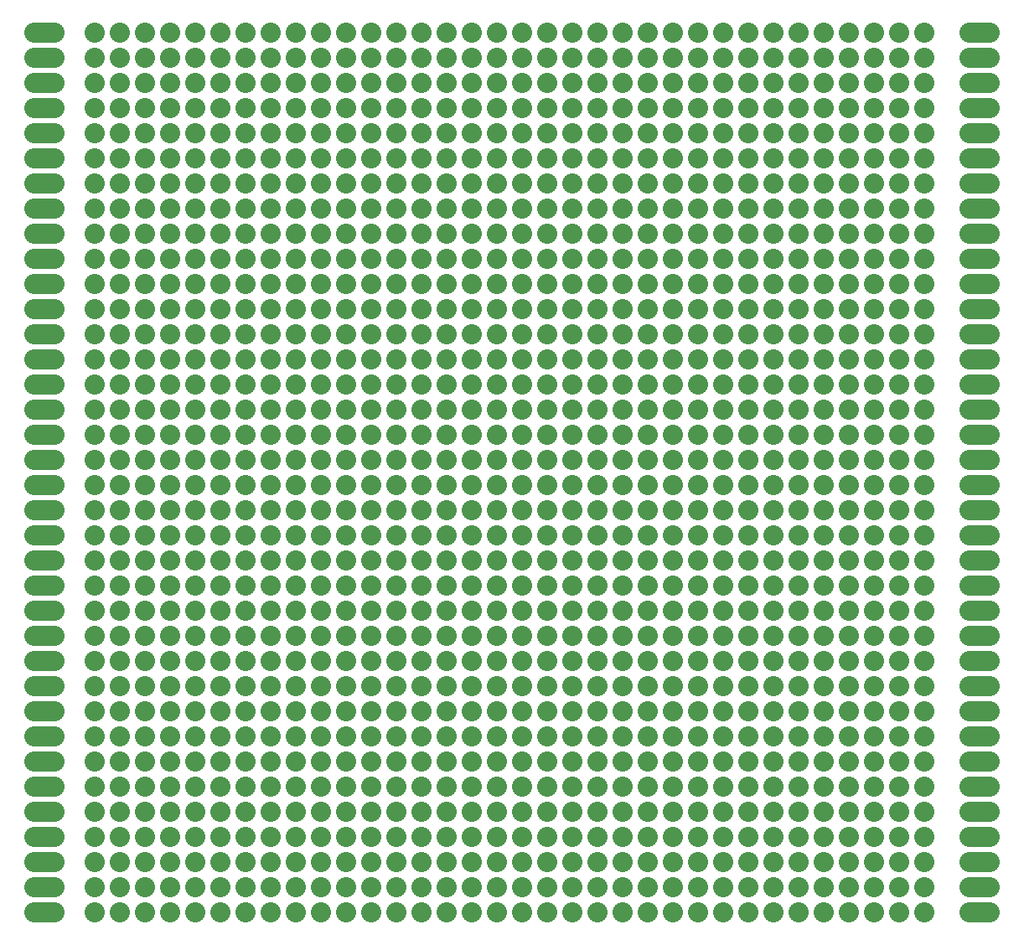
<source format=gbl>
G04 Layer_Physical_Order=2*
G04 Layer_Color=255*
%FSLAX25Y25*%
%MOIN*%
G70*
G01*
G75*
%ADD10O,0.16000X0.08000*%
%ADD11C,0.08000*%
D10*
X403701Y763701D02*
D03*
X403701Y753701D02*
D03*
X403701Y743701D02*
D03*
X403701Y733701D02*
D03*
X403701Y723701D02*
D03*
X403701Y713701D02*
D03*
X403701Y703701D02*
D03*
X403701Y693701D02*
D03*
X403701Y683701D02*
D03*
X403701Y673701D02*
D03*
X403701Y663701D02*
D03*
X403701Y653701D02*
D03*
X403701Y643701D02*
D03*
X403701Y633701D02*
D03*
X403701Y623701D02*
D03*
X403701Y613701D02*
D03*
X403701Y603701D02*
D03*
X403701Y593701D02*
D03*
X403701Y583701D02*
D03*
X403701Y573701D02*
D03*
X403701Y563701D02*
D03*
X403701Y553701D02*
D03*
X403701Y543701D02*
D03*
X403701Y533701D02*
D03*
X403701Y523701D02*
D03*
X403701Y513701D02*
D03*
X403701Y503701D02*
D03*
X403701Y493701D02*
D03*
X403701Y483701D02*
D03*
X403701Y473701D02*
D03*
X403701Y463701D02*
D03*
X403701Y453701D02*
D03*
X403701Y443701D02*
D03*
X403701Y433701D02*
D03*
X403701Y423701D02*
D03*
X403701Y413701D02*
D03*
X775701Y763701D02*
D03*
X775701Y753701D02*
D03*
X775701Y743701D02*
D03*
X775701Y733701D02*
D03*
X775701Y723701D02*
D03*
X775701Y713701D02*
D03*
X775701Y703701D02*
D03*
X775701Y693701D02*
D03*
X775701Y683701D02*
D03*
X775701Y673701D02*
D03*
X775701Y663701D02*
D03*
X775701Y653701D02*
D03*
X775701Y643701D02*
D03*
X775701Y633701D02*
D03*
X775701Y623701D02*
D03*
X775701Y613701D02*
D03*
X775701Y603701D02*
D03*
X775701Y593701D02*
D03*
X775701Y583701D02*
D03*
X775701Y573701D02*
D03*
X775701Y563701D02*
D03*
X775701Y553701D02*
D03*
X775701Y543701D02*
D03*
X775701Y533701D02*
D03*
X775701Y523701D02*
D03*
X775701Y513701D02*
D03*
X775701Y493701D02*
D03*
X775701Y483701D02*
D03*
X775701Y473701D02*
D03*
X775701Y463701D02*
D03*
X775701Y453701D02*
D03*
X775701Y443701D02*
D03*
X775701Y433701D02*
D03*
X775701Y423701D02*
D03*
X775701Y413701D02*
D03*
X775701Y503701D02*
D03*
D11*
X423701Y413701D02*
D03*
X433701Y413701D02*
D03*
X443701Y413701D02*
D03*
X453701Y413701D02*
D03*
X463701Y413701D02*
D03*
X473701Y413701D02*
D03*
X483701Y413701D02*
D03*
X493701Y413701D02*
D03*
X503701Y413701D02*
D03*
X513701Y413701D02*
D03*
D03*
X623701Y413701D02*
D03*
D03*
X613701Y413701D02*
D03*
X603701Y413701D02*
D03*
X593701Y413701D02*
D03*
X583701Y413701D02*
D03*
X573701Y413701D02*
D03*
X563701Y413701D02*
D03*
X553701Y413701D02*
D03*
X543701Y413701D02*
D03*
X533701Y413701D02*
D03*
X523701Y413701D02*
D03*
X733701Y413701D02*
D03*
D03*
X723701Y413701D02*
D03*
X713701Y413701D02*
D03*
X703701Y413701D02*
D03*
X693701Y413701D02*
D03*
X683701Y413701D02*
D03*
X673701Y413701D02*
D03*
X663701Y413701D02*
D03*
X653701Y413701D02*
D03*
X643701Y413701D02*
D03*
X633701Y413701D02*
D03*
X743701Y413701D02*
D03*
D03*
X753701Y413701D02*
D03*
X753701Y423701D02*
D03*
X743701Y423701D02*
D03*
D03*
X633701Y423701D02*
D03*
X643701Y423701D02*
D03*
X653701Y423701D02*
D03*
X663701Y423701D02*
D03*
X673701Y423701D02*
D03*
X683701Y423701D02*
D03*
X693701Y423701D02*
D03*
X703701Y423701D02*
D03*
X713701Y423701D02*
D03*
X723701Y423701D02*
D03*
X733701Y423701D02*
D03*
D03*
X523701Y423701D02*
D03*
X533701Y423701D02*
D03*
X543701Y423701D02*
D03*
X553701Y423701D02*
D03*
X563701Y423701D02*
D03*
X573701Y423701D02*
D03*
X583701Y423701D02*
D03*
X593701Y423701D02*
D03*
X603701Y423701D02*
D03*
X613701Y423701D02*
D03*
X623701Y423701D02*
D03*
D03*
X513701Y423701D02*
D03*
D03*
X503701Y423701D02*
D03*
X493701Y423701D02*
D03*
X483701Y423701D02*
D03*
X473701Y423701D02*
D03*
X463701Y423701D02*
D03*
X453701Y423701D02*
D03*
X443701Y423701D02*
D03*
X433701Y423701D02*
D03*
X423701Y423701D02*
D03*
X753701Y433701D02*
D03*
X743701Y433701D02*
D03*
D03*
X633701Y433701D02*
D03*
X643701Y433701D02*
D03*
X653701Y433701D02*
D03*
X663701Y433701D02*
D03*
X673701Y433701D02*
D03*
X683701Y433701D02*
D03*
X693701Y433701D02*
D03*
X703701Y433701D02*
D03*
X713701Y433701D02*
D03*
X723701Y433701D02*
D03*
X733701Y433701D02*
D03*
D03*
X523701Y433701D02*
D03*
X533701Y433701D02*
D03*
X543701Y433701D02*
D03*
X553701Y433701D02*
D03*
X563701Y433701D02*
D03*
X573701Y433701D02*
D03*
X583701Y433701D02*
D03*
X593701Y433701D02*
D03*
X603701Y433701D02*
D03*
X613701Y433701D02*
D03*
X623701Y433701D02*
D03*
D03*
X513701Y433701D02*
D03*
D03*
X503701Y433701D02*
D03*
X493701Y433701D02*
D03*
X483701Y433701D02*
D03*
X473701Y433701D02*
D03*
X463701Y433701D02*
D03*
X453701Y433701D02*
D03*
X443701Y433701D02*
D03*
X433701Y433701D02*
D03*
X423701Y433701D02*
D03*
X753701Y443701D02*
D03*
X743701Y443701D02*
D03*
D03*
X633701Y443701D02*
D03*
X643701Y443701D02*
D03*
X653701Y443701D02*
D03*
X663701Y443701D02*
D03*
X673701Y443701D02*
D03*
X683701Y443701D02*
D03*
X693701Y443701D02*
D03*
X703701Y443701D02*
D03*
X713701Y443701D02*
D03*
X723701Y443701D02*
D03*
X733701Y443701D02*
D03*
D03*
X523701Y443701D02*
D03*
X533701Y443701D02*
D03*
X543701Y443701D02*
D03*
X553701Y443701D02*
D03*
X563701Y443701D02*
D03*
X573701Y443701D02*
D03*
X583701Y443701D02*
D03*
X593701Y443701D02*
D03*
X603701Y443701D02*
D03*
X613701Y443701D02*
D03*
X623701Y443701D02*
D03*
D03*
X513701Y443701D02*
D03*
D03*
X503701Y443701D02*
D03*
X493701Y443701D02*
D03*
X483701Y443701D02*
D03*
X473701Y443701D02*
D03*
X463701Y443701D02*
D03*
X453701Y443701D02*
D03*
X443701Y443701D02*
D03*
X433701Y443701D02*
D03*
X423701Y443701D02*
D03*
X753701Y453701D02*
D03*
X743701Y453701D02*
D03*
D03*
X633701Y453701D02*
D03*
X643701Y453701D02*
D03*
X653701Y453701D02*
D03*
X663701Y453701D02*
D03*
X673701Y453701D02*
D03*
X683701Y453701D02*
D03*
X693701Y453701D02*
D03*
X703701Y453701D02*
D03*
X713701Y453701D02*
D03*
X723701Y453701D02*
D03*
X733701Y453701D02*
D03*
D03*
X523701Y453701D02*
D03*
X533701Y453701D02*
D03*
X543701Y453701D02*
D03*
X553701Y453701D02*
D03*
X563701Y453701D02*
D03*
X573701Y453701D02*
D03*
X583701Y453701D02*
D03*
X593701Y453701D02*
D03*
X603701Y453701D02*
D03*
X613701Y453701D02*
D03*
X623701Y453701D02*
D03*
D03*
X513701Y453701D02*
D03*
D03*
X503701Y453701D02*
D03*
X493701Y453701D02*
D03*
X483701Y453701D02*
D03*
X473701Y453701D02*
D03*
X463701Y453701D02*
D03*
X453701Y453701D02*
D03*
X443701Y453701D02*
D03*
X433701Y453701D02*
D03*
X423701Y453701D02*
D03*
X753701Y463701D02*
D03*
X743701Y463701D02*
D03*
D03*
X633701Y463701D02*
D03*
X643701Y463701D02*
D03*
X653701Y463701D02*
D03*
X663701Y463701D02*
D03*
X673701Y463701D02*
D03*
X683701Y463701D02*
D03*
X693701Y463701D02*
D03*
X703701Y463701D02*
D03*
X713701Y463701D02*
D03*
X723701Y463701D02*
D03*
X733701Y463701D02*
D03*
D03*
X523701Y463701D02*
D03*
X533701Y463701D02*
D03*
X543701Y463701D02*
D03*
X553701Y463701D02*
D03*
X563701Y463701D02*
D03*
X573701Y463701D02*
D03*
X583701Y463701D02*
D03*
X593701Y463701D02*
D03*
X603701Y463701D02*
D03*
X613701Y463701D02*
D03*
X623701Y463701D02*
D03*
D03*
X513701Y463701D02*
D03*
D03*
X503701Y463701D02*
D03*
X493701Y463701D02*
D03*
X483701Y463701D02*
D03*
X473701Y463701D02*
D03*
X463701Y463701D02*
D03*
X453701Y463701D02*
D03*
X443701Y463701D02*
D03*
X433701Y463701D02*
D03*
X423701Y463701D02*
D03*
X753701Y473701D02*
D03*
X743701Y473701D02*
D03*
D03*
X633701Y473701D02*
D03*
X643701Y473701D02*
D03*
X653701Y473701D02*
D03*
X663701Y473701D02*
D03*
X673701Y473701D02*
D03*
X683701Y473701D02*
D03*
X693701Y473701D02*
D03*
X703701Y473701D02*
D03*
X713701Y473701D02*
D03*
X723701Y473701D02*
D03*
X733701Y473701D02*
D03*
D03*
X523701Y473701D02*
D03*
X533701Y473701D02*
D03*
X543701Y473701D02*
D03*
X553701Y473701D02*
D03*
X563701Y473701D02*
D03*
X573701Y473701D02*
D03*
X583701Y473701D02*
D03*
X593701Y473701D02*
D03*
X603701Y473701D02*
D03*
X613701Y473701D02*
D03*
X623701Y473701D02*
D03*
D03*
X513701Y473701D02*
D03*
D03*
X503701Y473701D02*
D03*
X493701Y473701D02*
D03*
X483701Y473701D02*
D03*
X473701Y473701D02*
D03*
X463701Y473701D02*
D03*
X453701Y473701D02*
D03*
X443701Y473701D02*
D03*
X433701Y473701D02*
D03*
X423701Y473701D02*
D03*
X753701Y483701D02*
D03*
X743701Y483701D02*
D03*
D03*
X633701Y483701D02*
D03*
X643701Y483701D02*
D03*
X653701Y483701D02*
D03*
X663701Y483701D02*
D03*
X673701Y483701D02*
D03*
X683701Y483701D02*
D03*
X693701Y483701D02*
D03*
X703701Y483701D02*
D03*
X713701Y483701D02*
D03*
X723701Y483701D02*
D03*
X733701Y483701D02*
D03*
D03*
X523701Y483701D02*
D03*
X533701Y483701D02*
D03*
X543701Y483701D02*
D03*
X553701Y483701D02*
D03*
X563701Y483701D02*
D03*
X573701Y483701D02*
D03*
X583701Y483701D02*
D03*
X593701Y483701D02*
D03*
X603701Y483701D02*
D03*
X613701Y483701D02*
D03*
X623701Y483701D02*
D03*
D03*
X513701Y483701D02*
D03*
D03*
X503701Y483701D02*
D03*
X493701Y483701D02*
D03*
X483701Y483701D02*
D03*
X473701Y483701D02*
D03*
X463701Y483701D02*
D03*
X453701Y483701D02*
D03*
X443701Y483701D02*
D03*
X433701Y483701D02*
D03*
X423701Y483701D02*
D03*
X753701Y493701D02*
D03*
X743701Y493701D02*
D03*
D03*
X633701Y493701D02*
D03*
X643701Y493701D02*
D03*
X653701Y493701D02*
D03*
X663701Y493701D02*
D03*
X673701Y493701D02*
D03*
X683701Y493701D02*
D03*
X693701Y493701D02*
D03*
X703701Y493701D02*
D03*
X713701Y493701D02*
D03*
X723701Y493701D02*
D03*
X733701Y493701D02*
D03*
D03*
X523701Y493701D02*
D03*
X533701Y493701D02*
D03*
X543701Y493701D02*
D03*
X553701Y493701D02*
D03*
X563701Y493701D02*
D03*
X573701Y493701D02*
D03*
X583701Y493701D02*
D03*
X593701Y493701D02*
D03*
X603701Y493701D02*
D03*
X613701Y493701D02*
D03*
X623701Y493701D02*
D03*
D03*
X513701Y493701D02*
D03*
D03*
X503701Y493701D02*
D03*
X493701Y493701D02*
D03*
X483701Y493701D02*
D03*
X473701Y493701D02*
D03*
X463701Y493701D02*
D03*
X453701Y493701D02*
D03*
X443701Y493701D02*
D03*
X433701Y493701D02*
D03*
X423701Y493701D02*
D03*
X753701Y503701D02*
D03*
X743701Y503701D02*
D03*
D03*
X633701Y503701D02*
D03*
X643701Y503701D02*
D03*
X653701Y503701D02*
D03*
X663701Y503701D02*
D03*
X673701Y503701D02*
D03*
X683701Y503701D02*
D03*
X693701Y503701D02*
D03*
X703701Y503701D02*
D03*
X713701Y503701D02*
D03*
X723701Y503701D02*
D03*
X733701Y503701D02*
D03*
D03*
X523701Y503701D02*
D03*
X533701Y503701D02*
D03*
X543701Y503701D02*
D03*
X553701Y503701D02*
D03*
X563701Y503701D02*
D03*
X573701Y503701D02*
D03*
X583701Y503701D02*
D03*
X593701Y503701D02*
D03*
X603701Y503701D02*
D03*
X613701Y503701D02*
D03*
X623701Y503701D02*
D03*
D03*
X513701Y503701D02*
D03*
D03*
X503701Y503701D02*
D03*
X493701Y503701D02*
D03*
X483701Y503701D02*
D03*
X473701Y503701D02*
D03*
X463701Y503701D02*
D03*
X453701Y503701D02*
D03*
X443701Y503701D02*
D03*
X433701Y503701D02*
D03*
X423701Y503701D02*
D03*
X753701Y513701D02*
D03*
X743701Y513701D02*
D03*
D03*
X633701Y513701D02*
D03*
X643701Y513701D02*
D03*
X653701Y513701D02*
D03*
X663701Y513701D02*
D03*
X673701Y513701D02*
D03*
X683701Y513701D02*
D03*
X693701Y513701D02*
D03*
X703701Y513701D02*
D03*
X713701Y513701D02*
D03*
X723701Y513701D02*
D03*
X733701Y513701D02*
D03*
D03*
X523701Y513701D02*
D03*
X533701Y513701D02*
D03*
X543701Y513701D02*
D03*
X553701Y513701D02*
D03*
X563701Y513701D02*
D03*
X573701Y513701D02*
D03*
X583701Y513701D02*
D03*
X593701Y513701D02*
D03*
X603701Y513701D02*
D03*
X613701Y513701D02*
D03*
X623701Y513701D02*
D03*
D03*
X513701Y513701D02*
D03*
D03*
X503701Y513701D02*
D03*
X493701Y513701D02*
D03*
X483701Y513701D02*
D03*
X473701Y513701D02*
D03*
X463701Y513701D02*
D03*
X453701Y513701D02*
D03*
X443701Y513701D02*
D03*
X433701Y513701D02*
D03*
X423701Y513701D02*
D03*
X753701Y523701D02*
D03*
X743701Y523701D02*
D03*
D03*
X633701Y523701D02*
D03*
X643701Y523701D02*
D03*
X653701Y523701D02*
D03*
X663701Y523701D02*
D03*
X673701Y523701D02*
D03*
X683701Y523701D02*
D03*
X693701Y523701D02*
D03*
X703701Y523701D02*
D03*
X713701Y523701D02*
D03*
X723701Y523701D02*
D03*
X733701Y523701D02*
D03*
D03*
X523701Y523701D02*
D03*
X533701Y523701D02*
D03*
X543701Y523701D02*
D03*
X553701Y523701D02*
D03*
X563701Y523701D02*
D03*
X573701Y523701D02*
D03*
X583701Y523701D02*
D03*
X593701Y523701D02*
D03*
X603701Y523701D02*
D03*
X613701Y523701D02*
D03*
X623701Y523701D02*
D03*
D03*
X513701Y523701D02*
D03*
D03*
X503701Y523701D02*
D03*
X493701Y523701D02*
D03*
X483701Y523701D02*
D03*
X473701Y523701D02*
D03*
X463701Y523701D02*
D03*
X453701Y523701D02*
D03*
X443701Y523701D02*
D03*
X433701Y523701D02*
D03*
X423701Y523701D02*
D03*
X423701Y643701D02*
D03*
X433701Y643701D02*
D03*
X443701Y643701D02*
D03*
X453701Y643701D02*
D03*
X463701Y643701D02*
D03*
X473701Y643701D02*
D03*
X483701Y643701D02*
D03*
X493701Y643701D02*
D03*
X503701Y643701D02*
D03*
X513701Y643701D02*
D03*
D03*
X623701Y643701D02*
D03*
D03*
X613701Y643701D02*
D03*
X603701Y643701D02*
D03*
X593701Y643701D02*
D03*
X583701Y643701D02*
D03*
X573701Y643701D02*
D03*
X563701Y643701D02*
D03*
X553701Y643701D02*
D03*
X543701Y643701D02*
D03*
X533701Y643701D02*
D03*
X523701Y643701D02*
D03*
X733701Y643701D02*
D03*
D03*
X723701Y643701D02*
D03*
X713701Y643701D02*
D03*
X703701Y643701D02*
D03*
X693701Y643701D02*
D03*
X683701Y643701D02*
D03*
X673701Y643701D02*
D03*
X663701Y643701D02*
D03*
X653701Y643701D02*
D03*
X643701Y643701D02*
D03*
X633701Y643701D02*
D03*
X743701Y643701D02*
D03*
D03*
X753701Y643701D02*
D03*
X423701Y633701D02*
D03*
X433701Y633701D02*
D03*
X443701Y633701D02*
D03*
X453701Y633701D02*
D03*
X463701Y633701D02*
D03*
X473701Y633701D02*
D03*
X483701Y633701D02*
D03*
X493701Y633701D02*
D03*
X503701Y633701D02*
D03*
X513701Y633701D02*
D03*
D03*
X623701Y633701D02*
D03*
D03*
X613701Y633701D02*
D03*
X603701Y633701D02*
D03*
X593701Y633701D02*
D03*
X583701Y633701D02*
D03*
X573701Y633701D02*
D03*
X563701Y633701D02*
D03*
X553701Y633701D02*
D03*
X543701Y633701D02*
D03*
X533701Y633701D02*
D03*
X523701Y633701D02*
D03*
X733701Y633701D02*
D03*
D03*
X723701Y633701D02*
D03*
X713701Y633701D02*
D03*
X703701Y633701D02*
D03*
X693701Y633701D02*
D03*
X683701Y633701D02*
D03*
X673701Y633701D02*
D03*
X663701Y633701D02*
D03*
X653701Y633701D02*
D03*
X643701Y633701D02*
D03*
X633701Y633701D02*
D03*
X743701Y633701D02*
D03*
D03*
X753701Y633701D02*
D03*
X423701Y623701D02*
D03*
X433701Y623701D02*
D03*
X443701Y623701D02*
D03*
X453701Y623701D02*
D03*
X463701Y623701D02*
D03*
X473701Y623701D02*
D03*
X483701Y623701D02*
D03*
X493701Y623701D02*
D03*
X503701Y623701D02*
D03*
X513701Y623701D02*
D03*
D03*
X623701Y623701D02*
D03*
D03*
X613701Y623701D02*
D03*
X603701Y623701D02*
D03*
X593701Y623701D02*
D03*
X583701Y623701D02*
D03*
X573701Y623701D02*
D03*
X563701Y623701D02*
D03*
X553701Y623701D02*
D03*
X543701Y623701D02*
D03*
X533701Y623701D02*
D03*
X523701Y623701D02*
D03*
X733701Y623701D02*
D03*
D03*
X723701Y623701D02*
D03*
X713701Y623701D02*
D03*
X703701Y623701D02*
D03*
X693701Y623701D02*
D03*
X683701Y623701D02*
D03*
X673701Y623701D02*
D03*
X663701Y623701D02*
D03*
X653701Y623701D02*
D03*
X643701Y623701D02*
D03*
X633701Y623701D02*
D03*
X743701Y623701D02*
D03*
D03*
X753701Y623701D02*
D03*
X423701Y613701D02*
D03*
X433701Y613701D02*
D03*
X443701Y613701D02*
D03*
X453701Y613701D02*
D03*
X463701Y613701D02*
D03*
X473701Y613701D02*
D03*
X483701Y613701D02*
D03*
X493701Y613701D02*
D03*
X503701Y613701D02*
D03*
X513701Y613701D02*
D03*
D03*
X623701Y613701D02*
D03*
D03*
X613701Y613701D02*
D03*
X603701Y613701D02*
D03*
X593701Y613701D02*
D03*
X583701Y613701D02*
D03*
X573701Y613701D02*
D03*
X563701Y613701D02*
D03*
X553701Y613701D02*
D03*
X543701Y613701D02*
D03*
X533701Y613701D02*
D03*
X523701Y613701D02*
D03*
X733701Y613701D02*
D03*
D03*
X723701Y613701D02*
D03*
X713701Y613701D02*
D03*
X703701Y613701D02*
D03*
X693701Y613701D02*
D03*
X683701Y613701D02*
D03*
X673701Y613701D02*
D03*
X663701Y613701D02*
D03*
X653701Y613701D02*
D03*
X643701Y613701D02*
D03*
X633701Y613701D02*
D03*
X743701Y613701D02*
D03*
D03*
X753701Y613701D02*
D03*
X423701Y603701D02*
D03*
X433701Y603701D02*
D03*
X443701Y603701D02*
D03*
X453701Y603701D02*
D03*
X463701Y603701D02*
D03*
X473701Y603701D02*
D03*
X483701Y603701D02*
D03*
X493701Y603701D02*
D03*
X503701Y603701D02*
D03*
X513701Y603701D02*
D03*
D03*
X623701Y603701D02*
D03*
D03*
X613701Y603701D02*
D03*
X603701Y603701D02*
D03*
X593701Y603701D02*
D03*
X583701Y603701D02*
D03*
X573701Y603701D02*
D03*
X563701Y603701D02*
D03*
X553701Y603701D02*
D03*
X543701Y603701D02*
D03*
X533701Y603701D02*
D03*
X523701Y603701D02*
D03*
X733701Y603701D02*
D03*
D03*
X723701Y603701D02*
D03*
X713701Y603701D02*
D03*
X703701Y603701D02*
D03*
X693701Y603701D02*
D03*
X683701Y603701D02*
D03*
X673701Y603701D02*
D03*
X663701Y603701D02*
D03*
X653701Y603701D02*
D03*
X643701Y603701D02*
D03*
X633701Y603701D02*
D03*
X743701Y603701D02*
D03*
D03*
X753701Y603701D02*
D03*
X423701Y593701D02*
D03*
X433701Y593701D02*
D03*
X443701Y593701D02*
D03*
X453701Y593701D02*
D03*
X463701Y593701D02*
D03*
X473701Y593701D02*
D03*
X483701Y593701D02*
D03*
X493701Y593701D02*
D03*
X503701Y593701D02*
D03*
X513701Y593701D02*
D03*
D03*
X623701Y593701D02*
D03*
D03*
X613701Y593701D02*
D03*
X603701Y593701D02*
D03*
X593701Y593701D02*
D03*
X583701Y593701D02*
D03*
X573701Y593701D02*
D03*
X563701Y593701D02*
D03*
X553701Y593701D02*
D03*
X543701Y593701D02*
D03*
X533701Y593701D02*
D03*
X523701Y593701D02*
D03*
X733701Y593701D02*
D03*
D03*
X723701Y593701D02*
D03*
X713701Y593701D02*
D03*
X703701Y593701D02*
D03*
X693701Y593701D02*
D03*
X683701Y593701D02*
D03*
X673701Y593701D02*
D03*
X663701Y593701D02*
D03*
X653701Y593701D02*
D03*
X643701Y593701D02*
D03*
X633701Y593701D02*
D03*
X743701Y593701D02*
D03*
D03*
X753701Y593701D02*
D03*
X423701Y583701D02*
D03*
X433701Y583701D02*
D03*
X443701Y583701D02*
D03*
X453701Y583701D02*
D03*
X463701Y583701D02*
D03*
X473701Y583701D02*
D03*
X483701Y583701D02*
D03*
X493701Y583701D02*
D03*
X503701Y583701D02*
D03*
X513701Y583701D02*
D03*
D03*
X623701Y583701D02*
D03*
D03*
X613701Y583701D02*
D03*
X603701Y583701D02*
D03*
X593701Y583701D02*
D03*
X583701Y583701D02*
D03*
X573701Y583701D02*
D03*
X563701Y583701D02*
D03*
X553701Y583701D02*
D03*
X543701Y583701D02*
D03*
X533701Y583701D02*
D03*
X523701Y583701D02*
D03*
X733701Y583701D02*
D03*
D03*
X723701Y583701D02*
D03*
X713701Y583701D02*
D03*
X703701Y583701D02*
D03*
X693701Y583701D02*
D03*
X683701Y583701D02*
D03*
X673701Y583701D02*
D03*
X663701Y583701D02*
D03*
X653701Y583701D02*
D03*
X643701Y583701D02*
D03*
X633701Y583701D02*
D03*
X743701Y583701D02*
D03*
D03*
X753701Y583701D02*
D03*
X423701Y573701D02*
D03*
X433701Y573701D02*
D03*
X443701Y573701D02*
D03*
X453701Y573701D02*
D03*
X463701Y573701D02*
D03*
X473701Y573701D02*
D03*
X483701Y573701D02*
D03*
X493701Y573701D02*
D03*
X503701Y573701D02*
D03*
X513701Y573701D02*
D03*
D03*
X623701Y573701D02*
D03*
D03*
X613701Y573701D02*
D03*
X603701Y573701D02*
D03*
X593701Y573701D02*
D03*
X583701Y573701D02*
D03*
X573701Y573701D02*
D03*
X563701Y573701D02*
D03*
X553701Y573701D02*
D03*
X543701Y573701D02*
D03*
X533701Y573701D02*
D03*
X523701Y573701D02*
D03*
X733701Y573701D02*
D03*
D03*
X723701Y573701D02*
D03*
X713701Y573701D02*
D03*
X703701Y573701D02*
D03*
X693701Y573701D02*
D03*
X683701Y573701D02*
D03*
X673701Y573701D02*
D03*
X663701Y573701D02*
D03*
X653701Y573701D02*
D03*
X643701Y573701D02*
D03*
X633701Y573701D02*
D03*
X743701Y573701D02*
D03*
D03*
X753701Y573701D02*
D03*
X423701Y563701D02*
D03*
X433701Y563701D02*
D03*
X443701Y563701D02*
D03*
X453701Y563701D02*
D03*
X463701Y563701D02*
D03*
X473701Y563701D02*
D03*
X483701Y563701D02*
D03*
X493701Y563701D02*
D03*
X503701Y563701D02*
D03*
X513701Y563701D02*
D03*
D03*
X623701Y563701D02*
D03*
D03*
X613701Y563701D02*
D03*
X603701Y563701D02*
D03*
X593701Y563701D02*
D03*
X583701Y563701D02*
D03*
X573701Y563701D02*
D03*
X563701Y563701D02*
D03*
X553701Y563701D02*
D03*
X543701Y563701D02*
D03*
X533701Y563701D02*
D03*
X523701Y563701D02*
D03*
X733701Y563701D02*
D03*
D03*
X723701Y563701D02*
D03*
X713701Y563701D02*
D03*
X703701Y563701D02*
D03*
X693701Y563701D02*
D03*
X683701Y563701D02*
D03*
X673701Y563701D02*
D03*
X663701Y563701D02*
D03*
X653701Y563701D02*
D03*
X643701Y563701D02*
D03*
X633701Y563701D02*
D03*
X743701Y563701D02*
D03*
D03*
X753701Y563701D02*
D03*
X423701Y553701D02*
D03*
X433701Y553701D02*
D03*
X443701Y553701D02*
D03*
X453701Y553701D02*
D03*
X463701Y553701D02*
D03*
X473701Y553701D02*
D03*
X483701Y553701D02*
D03*
X493701Y553701D02*
D03*
X503701Y553701D02*
D03*
X513701Y553701D02*
D03*
D03*
X623701Y553701D02*
D03*
D03*
X613701Y553701D02*
D03*
X603701Y553701D02*
D03*
X593701Y553701D02*
D03*
X583701Y553701D02*
D03*
X573701Y553701D02*
D03*
X563701Y553701D02*
D03*
X553701Y553701D02*
D03*
X543701Y553701D02*
D03*
X533701Y553701D02*
D03*
X523701Y553701D02*
D03*
X733701Y553701D02*
D03*
D03*
X723701Y553701D02*
D03*
X713701Y553701D02*
D03*
X703701Y553701D02*
D03*
X693701Y553701D02*
D03*
X683701Y553701D02*
D03*
X673701Y553701D02*
D03*
X663701Y553701D02*
D03*
X653701Y553701D02*
D03*
X643701Y553701D02*
D03*
X633701Y553701D02*
D03*
X743701Y553701D02*
D03*
D03*
X753701Y553701D02*
D03*
X423701Y543701D02*
D03*
X433701Y543701D02*
D03*
X443701Y543701D02*
D03*
X453701Y543701D02*
D03*
X463701Y543701D02*
D03*
X473701Y543701D02*
D03*
X483701Y543701D02*
D03*
X493701Y543701D02*
D03*
X503701Y543701D02*
D03*
X513701Y543701D02*
D03*
D03*
X623701Y543701D02*
D03*
D03*
X613701Y543701D02*
D03*
X603701Y543701D02*
D03*
X593701Y543701D02*
D03*
X583701Y543701D02*
D03*
X573701Y543701D02*
D03*
X563701Y543701D02*
D03*
X553701Y543701D02*
D03*
X543701Y543701D02*
D03*
X533701Y543701D02*
D03*
X523701Y543701D02*
D03*
X733701Y543701D02*
D03*
D03*
X723701Y543701D02*
D03*
X713701Y543701D02*
D03*
X703701Y543701D02*
D03*
X693701Y543701D02*
D03*
X683701Y543701D02*
D03*
X673701Y543701D02*
D03*
X663701Y543701D02*
D03*
X653701Y543701D02*
D03*
X643701Y543701D02*
D03*
X633701Y543701D02*
D03*
X743701Y543701D02*
D03*
D03*
X753701Y543701D02*
D03*
X753701Y533701D02*
D03*
X743701Y533701D02*
D03*
D03*
X633701Y533701D02*
D03*
X643701Y533701D02*
D03*
X653701Y533701D02*
D03*
X663701Y533701D02*
D03*
X673701Y533701D02*
D03*
X683701Y533701D02*
D03*
X693701Y533701D02*
D03*
X703701Y533701D02*
D03*
X713701Y533701D02*
D03*
X723701Y533701D02*
D03*
X733701Y533701D02*
D03*
D03*
X523701Y533701D02*
D03*
X533701Y533701D02*
D03*
X543701Y533701D02*
D03*
X553701Y533701D02*
D03*
X563701Y533701D02*
D03*
X573701Y533701D02*
D03*
X583701Y533701D02*
D03*
X593701Y533701D02*
D03*
X603701Y533701D02*
D03*
X613701Y533701D02*
D03*
X623701Y533701D02*
D03*
D03*
X513701Y533701D02*
D03*
D03*
X503701Y533701D02*
D03*
X493701Y533701D02*
D03*
X483701Y533701D02*
D03*
X473701Y533701D02*
D03*
X463701Y533701D02*
D03*
X453701Y533701D02*
D03*
X443701Y533701D02*
D03*
X433701Y533701D02*
D03*
X423701Y533701D02*
D03*
X423701Y763701D02*
D03*
X433701Y763701D02*
D03*
X443701Y763701D02*
D03*
X453701Y763701D02*
D03*
X463701Y763701D02*
D03*
X473701Y763701D02*
D03*
X483701Y763701D02*
D03*
X493701Y763701D02*
D03*
X503701Y763701D02*
D03*
X513701Y763701D02*
D03*
D03*
X623701Y763701D02*
D03*
D03*
X613701Y763701D02*
D03*
X603701Y763701D02*
D03*
X593701Y763701D02*
D03*
X583701Y763701D02*
D03*
X573701Y763701D02*
D03*
X563701Y763701D02*
D03*
X553701Y763701D02*
D03*
X543701Y763701D02*
D03*
X533701Y763701D02*
D03*
X523701Y763701D02*
D03*
X733701Y763701D02*
D03*
D03*
X723701Y763701D02*
D03*
X713701Y763701D02*
D03*
X703701Y763701D02*
D03*
X693701Y763701D02*
D03*
X683701Y763701D02*
D03*
X673701Y763701D02*
D03*
X663701Y763701D02*
D03*
X653701Y763701D02*
D03*
X643701Y763701D02*
D03*
X633701Y763701D02*
D03*
X743701Y763701D02*
D03*
D03*
X753701Y763701D02*
D03*
X423701Y753701D02*
D03*
X433701Y753701D02*
D03*
X443701Y753701D02*
D03*
X453701Y753701D02*
D03*
X463701Y753701D02*
D03*
X473701Y753701D02*
D03*
X483701Y753701D02*
D03*
X493701Y753701D02*
D03*
X503701Y753701D02*
D03*
X513701Y753701D02*
D03*
D03*
X623701Y753701D02*
D03*
D03*
X613701Y753701D02*
D03*
X603701Y753701D02*
D03*
X593701Y753701D02*
D03*
X583701Y753701D02*
D03*
X573701Y753701D02*
D03*
X563701Y753701D02*
D03*
X553701Y753701D02*
D03*
X543701Y753701D02*
D03*
X533701Y753701D02*
D03*
X523701Y753701D02*
D03*
X733701Y753701D02*
D03*
D03*
X723701Y753701D02*
D03*
X713701Y753701D02*
D03*
X703701Y753701D02*
D03*
X693701Y753701D02*
D03*
X683701Y753701D02*
D03*
X673701Y753701D02*
D03*
X663701Y753701D02*
D03*
X653701Y753701D02*
D03*
X643701Y753701D02*
D03*
X633701Y753701D02*
D03*
X743701Y753701D02*
D03*
D03*
X753701Y753701D02*
D03*
X423701Y743701D02*
D03*
X433701Y743701D02*
D03*
X443701Y743701D02*
D03*
X453701Y743701D02*
D03*
X463701Y743701D02*
D03*
X473701Y743701D02*
D03*
X483701Y743701D02*
D03*
X493701Y743701D02*
D03*
X503701Y743701D02*
D03*
X513701Y743701D02*
D03*
D03*
X623701Y743701D02*
D03*
D03*
X613701Y743701D02*
D03*
X603701Y743701D02*
D03*
X593701Y743701D02*
D03*
X583701Y743701D02*
D03*
X573701Y743701D02*
D03*
X563701Y743701D02*
D03*
X553701Y743701D02*
D03*
X543701Y743701D02*
D03*
X533701Y743701D02*
D03*
X523701Y743701D02*
D03*
X733701Y743701D02*
D03*
D03*
X723701Y743701D02*
D03*
X713701Y743701D02*
D03*
X703701Y743701D02*
D03*
X693701Y743701D02*
D03*
X683701Y743701D02*
D03*
X673701Y743701D02*
D03*
X663701Y743701D02*
D03*
X653701Y743701D02*
D03*
X643701Y743701D02*
D03*
X633701Y743701D02*
D03*
X743701Y743701D02*
D03*
D03*
X753701Y743701D02*
D03*
X423701Y733701D02*
D03*
X433701Y733701D02*
D03*
X443701Y733701D02*
D03*
X453701Y733701D02*
D03*
X463701Y733701D02*
D03*
X473701Y733701D02*
D03*
X483701Y733701D02*
D03*
X493701Y733701D02*
D03*
X503701Y733701D02*
D03*
X513701Y733701D02*
D03*
D03*
X623701Y733701D02*
D03*
D03*
X613701Y733701D02*
D03*
X603701Y733701D02*
D03*
X593701Y733701D02*
D03*
X583701Y733701D02*
D03*
X573701Y733701D02*
D03*
X563701Y733701D02*
D03*
X553701Y733701D02*
D03*
X543701Y733701D02*
D03*
X533701Y733701D02*
D03*
X523701Y733701D02*
D03*
X733701Y733701D02*
D03*
D03*
X723701Y733701D02*
D03*
X713701Y733701D02*
D03*
X703701Y733701D02*
D03*
X693701Y733701D02*
D03*
X683701Y733701D02*
D03*
X673701Y733701D02*
D03*
X663701Y733701D02*
D03*
X653701Y733701D02*
D03*
X643701Y733701D02*
D03*
X633701Y733701D02*
D03*
X743701Y733701D02*
D03*
D03*
X753701Y733701D02*
D03*
X423701Y723701D02*
D03*
X433701Y723701D02*
D03*
X443701Y723701D02*
D03*
X453701Y723701D02*
D03*
X463701Y723701D02*
D03*
X473701Y723701D02*
D03*
X483701Y723701D02*
D03*
X493701Y723701D02*
D03*
X503701Y723701D02*
D03*
X513701Y723701D02*
D03*
D03*
X623701Y723701D02*
D03*
D03*
X613701Y723701D02*
D03*
X603701Y723701D02*
D03*
X593701Y723701D02*
D03*
X583701Y723701D02*
D03*
X573701Y723701D02*
D03*
X563701Y723701D02*
D03*
X553701Y723701D02*
D03*
X543701Y723701D02*
D03*
X533701Y723701D02*
D03*
X523701Y723701D02*
D03*
X733701Y723701D02*
D03*
D03*
X723701Y723701D02*
D03*
X713701Y723701D02*
D03*
X703701Y723701D02*
D03*
X693701Y723701D02*
D03*
X683701Y723701D02*
D03*
X673701Y723701D02*
D03*
X663701Y723701D02*
D03*
X653701Y723701D02*
D03*
X643701Y723701D02*
D03*
X633701Y723701D02*
D03*
X743701Y723701D02*
D03*
D03*
X753701Y723701D02*
D03*
X423701Y713701D02*
D03*
X433701Y713701D02*
D03*
X443701Y713701D02*
D03*
X453701Y713701D02*
D03*
X463701Y713701D02*
D03*
X473701Y713701D02*
D03*
X483701Y713701D02*
D03*
X493701Y713701D02*
D03*
X503701Y713701D02*
D03*
X513701Y713701D02*
D03*
D03*
X623701Y713701D02*
D03*
D03*
X613701Y713701D02*
D03*
X603701Y713701D02*
D03*
X593701Y713701D02*
D03*
X583701Y713701D02*
D03*
X573701Y713701D02*
D03*
X563701Y713701D02*
D03*
X553701Y713701D02*
D03*
X543701Y713701D02*
D03*
X533701Y713701D02*
D03*
X523701Y713701D02*
D03*
X733701Y713701D02*
D03*
D03*
X723701Y713701D02*
D03*
X713701Y713701D02*
D03*
X703701Y713701D02*
D03*
X693701Y713701D02*
D03*
X683701Y713701D02*
D03*
X673701Y713701D02*
D03*
X663701Y713701D02*
D03*
X653701Y713701D02*
D03*
X643701Y713701D02*
D03*
X633701Y713701D02*
D03*
X743701Y713701D02*
D03*
D03*
X753701Y713701D02*
D03*
X423701Y703701D02*
D03*
X433701Y703701D02*
D03*
X443701Y703701D02*
D03*
X453701Y703701D02*
D03*
X463701Y703701D02*
D03*
X473701Y703701D02*
D03*
X483701Y703701D02*
D03*
X493701Y703701D02*
D03*
X503701Y703701D02*
D03*
X513701Y703701D02*
D03*
D03*
X623701Y703701D02*
D03*
D03*
X613701Y703701D02*
D03*
X603701Y703701D02*
D03*
X593701Y703701D02*
D03*
X583701Y703701D02*
D03*
X573701Y703701D02*
D03*
X563701Y703701D02*
D03*
X553701Y703701D02*
D03*
X543701Y703701D02*
D03*
X533701Y703701D02*
D03*
X523701Y703701D02*
D03*
X733701Y703701D02*
D03*
D03*
X723701Y703701D02*
D03*
X713701Y703701D02*
D03*
X703701Y703701D02*
D03*
X693701Y703701D02*
D03*
X683701Y703701D02*
D03*
X673701Y703701D02*
D03*
X663701Y703701D02*
D03*
X653701Y703701D02*
D03*
X643701Y703701D02*
D03*
X633701Y703701D02*
D03*
X743701Y703701D02*
D03*
D03*
X753701Y703701D02*
D03*
X423701Y693701D02*
D03*
X433701Y693701D02*
D03*
X443701Y693701D02*
D03*
X453701Y693701D02*
D03*
X463701Y693701D02*
D03*
X473701Y693701D02*
D03*
X483701Y693701D02*
D03*
X493701Y693701D02*
D03*
X503701Y693701D02*
D03*
X513701Y693701D02*
D03*
D03*
X623701Y693701D02*
D03*
D03*
X613701Y693701D02*
D03*
X603701Y693701D02*
D03*
X593701Y693701D02*
D03*
X583701Y693701D02*
D03*
X573701Y693701D02*
D03*
X563701Y693701D02*
D03*
X553701Y693701D02*
D03*
X543701Y693701D02*
D03*
X533701Y693701D02*
D03*
X523701Y693701D02*
D03*
X733701Y693701D02*
D03*
D03*
X723701Y693701D02*
D03*
X713701Y693701D02*
D03*
X703701Y693701D02*
D03*
X693701Y693701D02*
D03*
X683701Y693701D02*
D03*
X673701Y693701D02*
D03*
X663701Y693701D02*
D03*
X653701Y693701D02*
D03*
X643701Y693701D02*
D03*
X633701Y693701D02*
D03*
X743701Y693701D02*
D03*
D03*
X753701Y693701D02*
D03*
X423701Y683701D02*
D03*
X433701Y683701D02*
D03*
X443701Y683701D02*
D03*
X453701Y683701D02*
D03*
X463701Y683701D02*
D03*
X473701Y683701D02*
D03*
X483701Y683701D02*
D03*
X493701Y683701D02*
D03*
X503701Y683701D02*
D03*
X513701Y683701D02*
D03*
D03*
X623701Y683701D02*
D03*
D03*
X613701Y683701D02*
D03*
X603701Y683701D02*
D03*
X593701Y683701D02*
D03*
X583701Y683701D02*
D03*
X573701Y683701D02*
D03*
X563701Y683701D02*
D03*
X553701Y683701D02*
D03*
X543701Y683701D02*
D03*
X533701Y683701D02*
D03*
X523701Y683701D02*
D03*
X733701Y683701D02*
D03*
D03*
X723701Y683701D02*
D03*
X713701Y683701D02*
D03*
X703701Y683701D02*
D03*
X693701Y683701D02*
D03*
X683701Y683701D02*
D03*
X673701Y683701D02*
D03*
X663701Y683701D02*
D03*
X653701Y683701D02*
D03*
X643701Y683701D02*
D03*
X633701Y683701D02*
D03*
X743701Y683701D02*
D03*
D03*
X753701Y683701D02*
D03*
X423701Y673701D02*
D03*
X433701Y673701D02*
D03*
X443701Y673701D02*
D03*
X453701Y673701D02*
D03*
X463701Y673701D02*
D03*
X473701Y673701D02*
D03*
X483701Y673701D02*
D03*
X493701Y673701D02*
D03*
X503701Y673701D02*
D03*
X513701Y673701D02*
D03*
D03*
X623701Y673701D02*
D03*
D03*
X613701Y673701D02*
D03*
X603701Y673701D02*
D03*
X593701Y673701D02*
D03*
X583701Y673701D02*
D03*
X573701Y673701D02*
D03*
X563701Y673701D02*
D03*
X553701Y673701D02*
D03*
X543701Y673701D02*
D03*
X533701Y673701D02*
D03*
X523701Y673701D02*
D03*
X733701Y673701D02*
D03*
D03*
X723701Y673701D02*
D03*
X713701Y673701D02*
D03*
X703701Y673701D02*
D03*
X693701Y673701D02*
D03*
X683701Y673701D02*
D03*
X673701Y673701D02*
D03*
X663701Y673701D02*
D03*
X653701Y673701D02*
D03*
X643701Y673701D02*
D03*
X633701Y673701D02*
D03*
X743701Y673701D02*
D03*
D03*
X753701Y673701D02*
D03*
X423701Y663701D02*
D03*
X433701Y663701D02*
D03*
X443701Y663701D02*
D03*
X453701Y663701D02*
D03*
X463701Y663701D02*
D03*
X473701Y663701D02*
D03*
X483701Y663701D02*
D03*
X493701Y663701D02*
D03*
X503701Y663701D02*
D03*
X513701Y663701D02*
D03*
D03*
X623701Y663701D02*
D03*
D03*
X613701Y663701D02*
D03*
X603701Y663701D02*
D03*
X593701Y663701D02*
D03*
X583701Y663701D02*
D03*
X573701Y663701D02*
D03*
X563701Y663701D02*
D03*
X553701Y663701D02*
D03*
X543701Y663701D02*
D03*
X533701Y663701D02*
D03*
X523701Y663701D02*
D03*
X733701Y663701D02*
D03*
D03*
X723701Y663701D02*
D03*
X713701Y663701D02*
D03*
X703701Y663701D02*
D03*
X693701Y663701D02*
D03*
X683701Y663701D02*
D03*
X673701Y663701D02*
D03*
X663701Y663701D02*
D03*
X653701Y663701D02*
D03*
X643701Y663701D02*
D03*
X633701Y663701D02*
D03*
X743701Y663701D02*
D03*
D03*
X753701Y663701D02*
D03*
X753701Y653701D02*
D03*
X743701Y653701D02*
D03*
D03*
X633701Y653701D02*
D03*
X643701Y653701D02*
D03*
X653701Y653701D02*
D03*
X663701Y653701D02*
D03*
X673701Y653701D02*
D03*
X683701Y653701D02*
D03*
X693701Y653701D02*
D03*
X703701Y653701D02*
D03*
X713701Y653701D02*
D03*
X723701Y653701D02*
D03*
X733701Y653701D02*
D03*
D03*
X523701Y653701D02*
D03*
X533701Y653701D02*
D03*
X543701Y653701D02*
D03*
X553701Y653701D02*
D03*
X563701Y653701D02*
D03*
X573701Y653701D02*
D03*
X583701Y653701D02*
D03*
X593701Y653701D02*
D03*
X603701Y653701D02*
D03*
X613701Y653701D02*
D03*
X623701Y653701D02*
D03*
D03*
X513701Y653701D02*
D03*
D03*
X503701Y653701D02*
D03*
X493701Y653701D02*
D03*
X483701Y653701D02*
D03*
X473701Y653701D02*
D03*
X463701Y653701D02*
D03*
X453701Y653701D02*
D03*
X443701Y653701D02*
D03*
X433701Y653701D02*
D03*
X423701Y653701D02*
D03*
M02*

</source>
